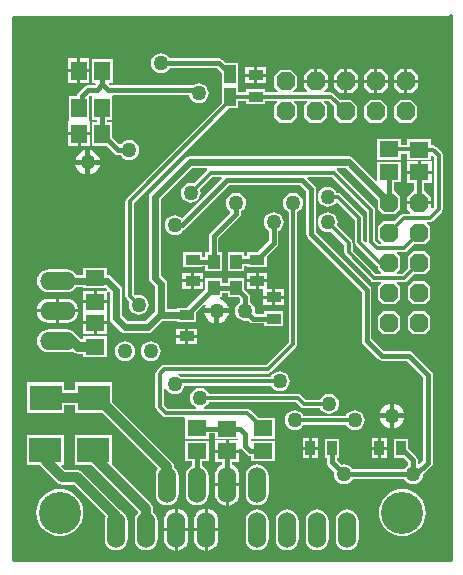
<source format=gbl>
%FSLAX44Y44*%
%MOMM*%
G71*
G01*
G75*
G04 Layer_Physical_Order=2*
G04 Layer_Color=16711680*
%ADD10R,1.6002X1.3208*%
%ADD11R,2.0066X3.8100*%
%ADD12R,2.0066X1.5240*%
%ADD13R,1.2192X1.2192*%
%ADD14R,0.6604X2.0320*%
%ADD15R,3.5052X2.5146*%
%ADD16R,1.2192X1.2192*%
%ADD17R,1.3208X1.6002*%
%ADD18R,2.5146X3.5052*%
%ADD19R,1.2700X0.5588*%
%ADD20R,0.5588X1.2700*%
%ADD21C,0.4060*%
%ADD22C,0.4064*%
%ADD23C,0.3048*%
%ADD24C,0.3050*%
%ADD25C,0.8128*%
%ADD26C,0.2540*%
%ADD27C,3.5560*%
G04:AMPARAMS|DCode=28|XSize=1.524mm|YSize=1.524mm|CornerRadius=0mm|HoleSize=0mm|Usage=FLASHONLY|Rotation=270.000|XOffset=0mm|YOffset=0mm|HoleType=Round|Shape=Octagon|*
%AMOCTAGOND28*
4,1,8,-0.3810,-0.7620,0.3810,-0.7620,0.7620,-0.3810,0.7620,0.3810,0.3810,0.7620,-0.3810,0.7620,-0.7620,0.3810,-0.7620,-0.3810,-0.3810,-0.7620,0.0*
%
%ADD28OCTAGOND28*%

%ADD29O,1.5240X3.0480*%
%ADD30O,3.0480X1.5240*%
G04:AMPARAMS|DCode=31|XSize=1.524mm|YSize=1.524mm|CornerRadius=0mm|HoleSize=0mm|Usage=FLASHONLY|Rotation=0.000|XOffset=0mm|YOffset=0mm|HoleType=Round|Shape=Octagon|*
%AMOCTAGOND31*
4,1,8,0.7620,-0.3810,0.7620,0.3810,0.3810,0.7620,-0.3810,0.7620,-0.7620,0.3810,-0.7620,-0.3810,-0.3810,-0.7620,0.3810,-0.7620,0.7620,-0.3810,0.0*
%
%ADD31OCTAGOND31*%

%ADD32C,1.2700*%
%ADD33R,1.2192X0.8128*%
%ADD34R,2.7432X2.1590*%
%ADD35R,1.0160X1.2192*%
%ADD36R,1.0160X1.5240*%
%ADD37R,0.8128X1.2192*%
%ADD38C,0.6096*%
G36*
X370000Y898D02*
X369102Y-0D01*
X-0Y-0D01*
X-0Y460000D01*
X185000Y460000D01*
X370000D01*
Y898D01*
D02*
G37*
%LPC*%
G36*
X84328Y150241D02*
X52832D01*
Y143629D01*
X43688D01*
Y150241D01*
X12192D01*
Y124587D01*
X43688D01*
Y131199D01*
X52832D01*
Y124587D01*
X76173D01*
X123418Y77342D01*
X122379Y75988D01*
X121406Y73640D01*
X121075Y71120D01*
Y55880D01*
X121406Y53360D01*
X122379Y51012D01*
X123926Y48996D01*
X125942Y47449D01*
X128290Y46476D01*
X130810Y46145D01*
X133330Y46476D01*
X135678Y47449D01*
X137694Y48996D01*
X139241Y51012D01*
X140214Y53360D01*
X140545Y55880D01*
Y71120D01*
X140214Y73640D01*
X139241Y75988D01*
X137694Y78004D01*
X137025Y78517D01*
Y78740D01*
X136631Y80724D01*
X136552Y81119D01*
X135205Y83135D01*
X84328Y134012D01*
Y150241D01*
D02*
G37*
G36*
X323342Y132156D02*
Y123952D01*
X331546D01*
X331456Y124639D01*
X330407Y127172D01*
X328737Y129347D01*
X326562Y131017D01*
X324029Y132066D01*
X323342Y132156D01*
D02*
G37*
G36*
X319278D02*
X318591Y132066D01*
X316058Y131017D01*
X313883Y129347D01*
X312213Y127172D01*
X311164Y124639D01*
X311074Y123952D01*
X319278D01*
Y132156D01*
D02*
G37*
G36*
X116840Y184984D02*
X114652Y184696D01*
X112613Y183852D01*
X110862Y182508D01*
X109518Y180757D01*
X108674Y178718D01*
X108386Y176530D01*
X108674Y174342D01*
X109518Y172303D01*
X110862Y170552D01*
X112613Y169208D01*
X114652Y168364D01*
X116840Y168076D01*
X119028Y168364D01*
X121067Y169208D01*
X122818Y170552D01*
X124162Y172303D01*
X125006Y174342D01*
X125294Y176530D01*
X125006Y178718D01*
X124162Y180757D01*
X122818Y182508D01*
X121067Y183852D01*
X119028Y184696D01*
X116840Y184984D01*
D02*
G37*
G36*
X95250D02*
X93062Y184696D01*
X91023Y183852D01*
X89272Y182508D01*
X87928Y180757D01*
X87084Y178718D01*
X86796Y176530D01*
X87084Y174342D01*
X87928Y172303D01*
X89272Y170552D01*
X91023Y169208D01*
X93062Y168364D01*
X95250Y168076D01*
X97438Y168364D01*
X99477Y169208D01*
X101228Y170552D01*
X102572Y172303D01*
X103416Y174342D01*
X103704Y176530D01*
X103416Y178718D01*
X102572Y180757D01*
X101228Y182508D01*
X99477Y183852D01*
X97438Y184696D01*
X95250Y184984D01*
D02*
G37*
G36*
X237490Y310714D02*
X235302Y310426D01*
X233263Y309582D01*
X231512Y308238D01*
X230168Y306487D01*
X229324Y304448D01*
X229036Y302260D01*
X229324Y300072D01*
X230168Y298033D01*
X231512Y296282D01*
X233263Y294938D01*
X233864Y294689D01*
Y184382D01*
X214398Y164916D01*
X128270D01*
X128270Y164916D01*
X126882Y164640D01*
X125706Y163854D01*
X121896Y160044D01*
X121110Y158868D01*
X120834Y157480D01*
X120834Y157480D01*
Y129540D01*
X120834Y129540D01*
X121110Y128153D01*
X121896Y126976D01*
X126976Y121896D01*
X126976Y121896D01*
X128153Y121110D01*
X129540Y120834D01*
X129540Y120834D01*
X145396D01*
X146177Y119888D01*
X146177Y119564D01*
Y102616D01*
X166243D01*
Y106956D01*
X171577D01*
Y102464D01*
X190629D01*
X191345Y101594D01*
X191155Y101092D01*
X182880D01*
Y93218D01*
X192151D01*
Y93952D01*
X193421Y94337D01*
X193920Y93590D01*
X198340Y89170D01*
X199684Y88272D01*
X201270Y87956D01*
X202057D01*
Y83464D01*
X222123D01*
Y100736D01*
X202720D01*
X201573Y101773D01*
X201548Y101826D01*
Y102377D01*
X202057Y102616D01*
X202264Y102616D01*
X222123D01*
Y119888D01*
X208582D01*
X201446Y127024D01*
X200270Y127810D01*
X198882Y128086D01*
X198882Y128086D01*
X162064D01*
X161812Y129356D01*
X162977Y129838D01*
X164728Y131182D01*
X166072Y132933D01*
X166321Y133534D01*
X239798D01*
X243816Y129516D01*
X243816Y129516D01*
X244993Y128730D01*
X246380Y128454D01*
X246380Y128454D01*
X260399D01*
X260648Y127853D01*
X261992Y126102D01*
X263743Y124758D01*
X265782Y123914D01*
X267970Y123626D01*
X270158Y123914D01*
X272197Y124758D01*
X273948Y126102D01*
X275292Y127853D01*
X276136Y129892D01*
X276424Y132080D01*
X276136Y134268D01*
X275292Y136307D01*
X273948Y138058D01*
X272197Y139402D01*
X270158Y140246D01*
X267970Y140534D01*
X265782Y140246D01*
X263743Y139402D01*
X261992Y138058D01*
X260648Y136307D01*
X260399Y135706D01*
X247882D01*
X243864Y139724D01*
X242687Y140510D01*
X241300Y140786D01*
X241300Y140786D01*
X166321D01*
X166072Y141387D01*
X164728Y143138D01*
X162977Y144482D01*
X160938Y145326D01*
X158750Y145614D01*
X156562Y145326D01*
X154523Y144482D01*
X152772Y143138D01*
X151428Y141387D01*
X150584Y139348D01*
X150296Y137160D01*
X150584Y134972D01*
X151428Y132933D01*
X152772Y131182D01*
X154523Y129838D01*
X155688Y129356D01*
X155435Y128086D01*
X131042D01*
X128086Y131042D01*
Y145275D01*
X129356Y145528D01*
X129838Y144363D01*
X131182Y142612D01*
X132933Y141268D01*
X134972Y140424D01*
X137160Y140136D01*
X139348Y140424D01*
X141387Y141268D01*
X143138Y142612D01*
X144482Y144363D01*
X145326Y146402D01*
X145471Y147504D01*
X218489D01*
X218738Y146903D01*
X220082Y145152D01*
X221833Y143808D01*
X223872Y142964D01*
X226060Y142676D01*
X228248Y142964D01*
X230287Y143808D01*
X232038Y145152D01*
X233382Y146903D01*
X234226Y148942D01*
X234514Y151130D01*
X234226Y153318D01*
X233382Y155357D01*
X232038Y157108D01*
X230287Y158452D01*
X228248Y159296D01*
X226060Y159584D01*
X223872Y159296D01*
X221833Y158452D01*
X220082Y157108D01*
X218738Y155357D01*
X218489Y154756D01*
X142894D01*
X141387Y155912D01*
X140222Y156394D01*
X140475Y157664D01*
X215900D01*
X215900Y157664D01*
X217288Y157940D01*
X218464Y158726D01*
X240054Y180316D01*
X240054Y180316D01*
X240840Y181493D01*
X241116Y182880D01*
X241116Y182880D01*
Y294689D01*
X241717Y294938D01*
X243468Y296282D01*
X244812Y298033D01*
X245656Y300072D01*
X245944Y302260D01*
X245656Y304448D01*
X244812Y306487D01*
X243468Y308238D01*
X241717Y309582D01*
X239678Y310426D01*
X237490Y310714D01*
D02*
G37*
G36*
X289560Y126564D02*
X287372Y126276D01*
X285333Y125432D01*
X283582Y124088D01*
X282238Y122337D01*
X281989Y121736D01*
X246331D01*
X246082Y122337D01*
X244738Y124088D01*
X242987Y125432D01*
X240948Y126276D01*
X238760Y126564D01*
X236572Y126276D01*
X234533Y125432D01*
X232782Y124088D01*
X231438Y122337D01*
X230594Y120298D01*
X230306Y118110D01*
X230594Y115922D01*
X231438Y113883D01*
X232782Y112132D01*
X234533Y110788D01*
X236572Y109944D01*
X238760Y109656D01*
X240948Y109944D01*
X242987Y110788D01*
X244738Y112132D01*
X246082Y113883D01*
X246331Y114484D01*
X281989D01*
X282238Y113883D01*
X283582Y112132D01*
X285333Y110788D01*
X287372Y109944D01*
X289560Y109656D01*
X291748Y109944D01*
X293787Y110788D01*
X295538Y112132D01*
X296882Y113883D01*
X297726Y115922D01*
X298014Y118110D01*
X297726Y120298D01*
X296882Y122337D01*
X295538Y124088D01*
X293787Y125432D01*
X291748Y126276D01*
X289560Y126564D01*
D02*
G37*
G36*
X309337Y103136D02*
X304003D01*
Y95770D01*
X309337D01*
Y103136D01*
D02*
G37*
G36*
X258791D02*
X253457D01*
Y95770D01*
X258791D01*
Y103136D01*
D02*
G37*
G36*
X250917D02*
X245583D01*
Y95770D01*
X250917D01*
Y103136D01*
D02*
G37*
G36*
X331546Y119888D02*
X323342D01*
Y111684D01*
X324029Y111774D01*
X326562Y112823D01*
X328737Y114493D01*
X330407Y116668D01*
X331456Y119201D01*
X331546Y119888D01*
D02*
G37*
G36*
X319278D02*
X311074D01*
X311164Y119201D01*
X312213Y116668D01*
X313883Y114493D01*
X316058Y112823D01*
X318591Y111774D01*
X319278Y111684D01*
Y119888D01*
D02*
G37*
G36*
X317211Y103136D02*
X311877D01*
Y95770D01*
X317211D01*
Y103136D01*
D02*
G37*
G36*
X36830Y209550D02*
X20399D01*
X20582Y208168D01*
X21605Y205696D01*
X23234Y203574D01*
X25356Y201945D01*
X27828Y200921D01*
X30480Y200572D01*
X36830D01*
Y209550D01*
D02*
G37*
G36*
X80391Y199390D02*
X71120D01*
Y191516D01*
X80391D01*
Y199390D01*
D02*
G37*
G36*
X68580D02*
X59309D01*
Y191516D01*
X68580D01*
Y199390D01*
D02*
G37*
G36*
X182956Y208788D02*
X174752D01*
Y200584D01*
X175439Y200674D01*
X177972Y201723D01*
X180147Y203393D01*
X181817Y205568D01*
X182866Y208101D01*
X182956Y208788D01*
D02*
G37*
G36*
X170688D02*
X162484D01*
X162574Y208101D01*
X163623Y205568D01*
X165293Y203393D01*
X167468Y201723D01*
X170001Y200674D01*
X170688Y200584D01*
Y208788D01*
D02*
G37*
G36*
X55800Y209550D02*
X39370D01*
Y200572D01*
X45720D01*
X48372Y200921D01*
X50844Y201945D01*
X52966Y203574D01*
X54595Y205696D01*
X55619Y208168D01*
X55800Y209550D01*
D02*
G37*
G36*
X348996Y210312D02*
X339344D01*
X334518Y205486D01*
Y195834D01*
X339344Y191008D01*
X348996D01*
X353822Y195834D01*
Y205486D01*
X348996Y210312D01*
D02*
G37*
G36*
X155956Y187850D02*
X148590D01*
Y182516D01*
X155956D01*
Y187850D01*
D02*
G37*
G36*
X146050D02*
X138684D01*
Y182516D01*
X146050D01*
Y187850D01*
D02*
G37*
G36*
X45720Y195155D02*
X30480D01*
X27960Y194824D01*
X25612Y193851D01*
X23596Y192304D01*
X22049Y190288D01*
X21076Y187940D01*
X20745Y185420D01*
X21076Y182900D01*
X22049Y180552D01*
X23596Y178536D01*
X25612Y176989D01*
X27960Y176016D01*
X30480Y175685D01*
X45720D01*
X48240Y176016D01*
X50484Y176946D01*
X51325Y176105D01*
X53341Y174758D01*
X55720Y174285D01*
X59817D01*
Y171864D01*
X79883D01*
Y189136D01*
X59817D01*
Y186715D01*
X58295D01*
X55195Y189815D01*
X53797Y190749D01*
X52604Y192304D01*
X50588Y193851D01*
X48240Y194824D01*
X45720Y195155D01*
D02*
G37*
G36*
X323596Y210312D02*
X313944D01*
X309118Y205486D01*
Y195834D01*
X313944Y191008D01*
X323596D01*
X328422Y195834D01*
Y205486D01*
X323596Y210312D01*
D02*
G37*
G36*
X155956Y195724D02*
X148590D01*
Y190390D01*
X155956D01*
Y195724D01*
D02*
G37*
G36*
X146050D02*
X138684D01*
Y190390D01*
X146050D01*
Y195724D01*
D02*
G37*
G36*
X283210Y42755D02*
X280690Y42424D01*
X278342Y41451D01*
X276326Y39904D01*
X274779Y37888D01*
X273806Y35540D01*
X273475Y33020D01*
Y17780D01*
X273806Y15260D01*
X274779Y12912D01*
X276326Y10896D01*
X278342Y9349D01*
X280690Y8376D01*
X283210Y8045D01*
X285730Y8376D01*
X288078Y9349D01*
X290094Y10896D01*
X291641Y12912D01*
X292614Y15260D01*
X292945Y17780D01*
Y33020D01*
X292614Y35540D01*
X291641Y37888D01*
X290094Y39904D01*
X288078Y41451D01*
X285730Y42424D01*
X283210Y42755D01*
D02*
G37*
G36*
X257810D02*
X255290Y42424D01*
X252942Y41451D01*
X250926Y39904D01*
X249379Y37888D01*
X248406Y35540D01*
X248075Y33020D01*
Y17780D01*
X248406Y15260D01*
X249379Y12912D01*
X250926Y10896D01*
X252942Y9349D01*
X255290Y8376D01*
X257810Y8045D01*
X260330Y8376D01*
X262678Y9349D01*
X264694Y10896D01*
X266241Y12912D01*
X267214Y15260D01*
X267545Y17780D01*
Y33020D01*
X267214Y35540D01*
X266241Y37888D01*
X264694Y39904D01*
X262678Y41451D01*
X260330Y42424D01*
X257810Y42755D01*
D02*
G37*
G36*
X232410D02*
X229890Y42424D01*
X227542Y41451D01*
X225526Y39904D01*
X223979Y37888D01*
X223006Y35540D01*
X222675Y33020D01*
Y17780D01*
X223006Y15260D01*
X223979Y12912D01*
X225526Y10896D01*
X227542Y9349D01*
X229890Y8376D01*
X232410Y8045D01*
X234930Y8376D01*
X237278Y9349D01*
X239294Y10896D01*
X240841Y12912D01*
X241814Y15260D01*
X242145Y17780D01*
Y33020D01*
X241814Y35540D01*
X240841Y37888D01*
X239294Y39904D01*
X237278Y41451D01*
X234930Y42424D01*
X232410Y42755D01*
D02*
G37*
G36*
X137160Y43101D02*
X135778Y42919D01*
X133306Y41895D01*
X131184Y40266D01*
X129555Y38144D01*
X128532Y35672D01*
X128182Y33020D01*
Y26670D01*
X137160D01*
Y43101D01*
D02*
G37*
G36*
X330000Y59908D02*
X326116Y59525D01*
X322382Y58393D01*
X318940Y56553D01*
X315923Y54077D01*
X313447Y51060D01*
X311607Y47618D01*
X310475Y43884D01*
X310092Y40000D01*
X310475Y36116D01*
X311607Y32382D01*
X313447Y28940D01*
X315923Y25923D01*
X318940Y23447D01*
X322382Y21607D01*
X326116Y20475D01*
X330000Y20092D01*
X333884Y20475D01*
X337618Y21607D01*
X341060Y23447D01*
X344077Y25923D01*
X346553Y28940D01*
X348392Y32382D01*
X349525Y36116D01*
X349908Y40000D01*
X349525Y43884D01*
X348392Y47618D01*
X346553Y51060D01*
X344077Y54077D01*
X341060Y56553D01*
X337618Y58393D01*
X333884Y59525D01*
X330000Y59908D01*
D02*
G37*
G36*
X40000D02*
X36116Y59525D01*
X32382Y58393D01*
X28940Y56553D01*
X25923Y54077D01*
X23447Y51060D01*
X21607Y47618D01*
X20475Y43884D01*
X20092Y40000D01*
X20475Y36116D01*
X21607Y32382D01*
X23447Y28940D01*
X25923Y25923D01*
X28940Y23447D01*
X32382Y21607D01*
X36116Y20475D01*
X40000Y20092D01*
X43884Y20475D01*
X47618Y21607D01*
X51060Y23447D01*
X54077Y25923D01*
X56553Y28940D01*
X58393Y32382D01*
X59525Y36116D01*
X59908Y40000D01*
X59525Y43884D01*
X58393Y47618D01*
X56553Y51060D01*
X54077Y54077D01*
X51060Y56553D01*
X47618Y58393D01*
X43884Y59525D01*
X40000Y59908D01*
D02*
G37*
G36*
X207010Y42755D02*
X204490Y42424D01*
X202142Y41451D01*
X200126Y39904D01*
X198579Y37888D01*
X197606Y35540D01*
X197275Y33020D01*
Y17780D01*
X197606Y15260D01*
X198579Y12912D01*
X200126Y10896D01*
X202142Y9349D01*
X204490Y8376D01*
X207010Y8045D01*
X209530Y8376D01*
X211878Y9349D01*
X213894Y10896D01*
X215441Y12912D01*
X216414Y15260D01*
X216745Y17780D01*
Y33020D01*
X216414Y35540D01*
X215441Y37888D01*
X213894Y39904D01*
X211878Y41451D01*
X209530Y42424D01*
X207010Y42755D01*
D02*
G37*
G36*
X162560Y24130D02*
X153582D01*
Y17780D01*
X153932Y15128D01*
X154955Y12656D01*
X156584Y10534D01*
X158706Y8905D01*
X161178Y7882D01*
X162560Y7699D01*
Y24130D01*
D02*
G37*
G36*
X148678D02*
X139700D01*
Y7699D01*
X141082Y7882D01*
X143554Y8905D01*
X145676Y10534D01*
X147305Y12656D01*
X148329Y15128D01*
X148678Y17780D01*
Y24130D01*
D02*
G37*
G36*
X137160D02*
X128182D01*
Y17780D01*
X128532Y15128D01*
X129555Y12656D01*
X131184Y10534D01*
X133306Y8905D01*
X135778Y7882D01*
X137160Y7699D01*
Y24130D01*
D02*
G37*
G36*
X84074Y106045D02*
X52578D01*
Y80391D01*
X67029D01*
X106016Y41405D01*
X106146Y39904D01*
X104599Y37888D01*
X103626Y35540D01*
X103295Y33020D01*
Y17780D01*
X103626Y15260D01*
X104599Y12912D01*
X106146Y10896D01*
X108162Y9349D01*
X110510Y8376D01*
X113030Y8045D01*
X115550Y8376D01*
X117898Y9349D01*
X119914Y10896D01*
X121461Y12912D01*
X122434Y15260D01*
X122765Y17780D01*
Y33020D01*
X122434Y35540D01*
X121461Y37888D01*
X119914Y39904D01*
X119245Y40417D01*
Y43180D01*
X118772Y45559D01*
X117425Y47575D01*
X84074Y80926D01*
Y106045D01*
D02*
G37*
G36*
X43434D02*
X11938D01*
Y80391D01*
X22984D01*
X23799Y79171D01*
X37515Y65455D01*
X39531Y64108D01*
X39926Y64029D01*
X41910Y63635D01*
X52035D01*
X78784Y36886D01*
X78226Y35540D01*
X77895Y33020D01*
Y17780D01*
X78226Y15260D01*
X79199Y12912D01*
X80746Y10896D01*
X82762Y9349D01*
X85110Y8376D01*
X87630Y8045D01*
X90150Y8376D01*
X92498Y9349D01*
X94514Y10896D01*
X96061Y12912D01*
X97034Y15260D01*
X97365Y17780D01*
Y33020D01*
X97034Y35540D01*
X96061Y37888D01*
X94514Y39904D01*
X92498Y41451D01*
X91305Y41945D01*
X59005Y74245D01*
X56989Y75592D01*
X56594Y75671D01*
X54610Y76065D01*
X44485D01*
X41332Y79218D01*
X41818Y80391D01*
X43434D01*
Y106045D01*
D02*
G37*
G36*
X174078Y24130D02*
X165100D01*
Y7699D01*
X166482Y7882D01*
X168954Y8905D01*
X171076Y10534D01*
X172705Y12656D01*
X173729Y15128D01*
X174078Y17780D01*
Y24130D01*
D02*
G37*
G36*
X258791Y93230D02*
X253457D01*
Y85864D01*
X258791D01*
Y93230D01*
D02*
G37*
G36*
X250917D02*
X245583D01*
Y85864D01*
X250917D01*
Y93230D01*
D02*
G37*
G36*
X192151Y90678D02*
X171069D01*
Y82804D01*
X177466D01*
Y80401D01*
X176486Y79995D01*
X174364Y78366D01*
X172735Y76244D01*
X171712Y73772D01*
X171362Y71120D01*
Y64770D01*
X191858D01*
Y71120D01*
X191509Y73772D01*
X190485Y76244D01*
X188856Y78366D01*
X186734Y79995D01*
X185754Y80401D01*
Y82804D01*
X192151D01*
Y90678D01*
D02*
G37*
G36*
X180340Y101092D02*
X171069D01*
Y93218D01*
X180340D01*
Y101092D01*
D02*
G37*
G36*
X317211Y93230D02*
X311877D01*
Y85864D01*
X317211D01*
Y93230D01*
D02*
G37*
G36*
X309337D02*
X304003D01*
Y85864D01*
X309337D01*
Y93230D01*
D02*
G37*
G36*
X207010Y80855D02*
X204490Y80524D01*
X202142Y79551D01*
X200126Y78004D01*
X198579Y75988D01*
X197606Y73640D01*
X197275Y71120D01*
Y55880D01*
X197606Y53360D01*
X198579Y51012D01*
X200126Y48996D01*
X202142Y47449D01*
X204490Y46476D01*
X207010Y46145D01*
X209530Y46476D01*
X211878Y47449D01*
X213894Y48996D01*
X215441Y51012D01*
X216414Y53360D01*
X216745Y55880D01*
Y71120D01*
X216414Y73640D01*
X215441Y75988D01*
X213894Y78004D01*
X211878Y79551D01*
X209530Y80524D01*
X207010Y80855D01*
D02*
G37*
G36*
X165100Y43101D02*
Y26670D01*
X174078D01*
Y33020D01*
X173729Y35672D01*
X172705Y38144D01*
X171076Y40266D01*
X168954Y41895D01*
X166482Y42919D01*
X165100Y43101D01*
D02*
G37*
G36*
X162560D02*
X161178Y42919D01*
X158706Y41895D01*
X156584Y40266D01*
X154955Y38144D01*
X153932Y35672D01*
X153582Y33020D01*
Y26670D01*
X162560D01*
Y43101D01*
D02*
G37*
G36*
X139700D02*
Y26670D01*
X148678D01*
Y33020D01*
X148329Y35672D01*
X147305Y38144D01*
X145676Y40266D01*
X143554Y41895D01*
X141082Y42919D01*
X139700Y43101D01*
D02*
G37*
G36*
X166243Y100736D02*
X146177D01*
Y83464D01*
X152066D01*
Y79851D01*
X151342Y79551D01*
X149326Y78004D01*
X147779Y75988D01*
X146806Y73640D01*
X146475Y71120D01*
Y55880D01*
X146806Y53360D01*
X147779Y51012D01*
X149326Y48996D01*
X151342Y47449D01*
X153690Y46476D01*
X156210Y46145D01*
X158730Y46476D01*
X161078Y47449D01*
X163094Y48996D01*
X164641Y51012D01*
X165614Y53360D01*
X165945Y55880D01*
Y71120D01*
X165614Y73640D01*
X164641Y75988D01*
X163094Y78004D01*
X161078Y79551D01*
X160354Y79851D01*
Y83464D01*
X166243D01*
Y100736D01*
D02*
G37*
G36*
X191858Y62230D02*
X182880D01*
Y45799D01*
X184262Y45981D01*
X186734Y47005D01*
X188856Y48634D01*
X190485Y50756D01*
X191509Y53228D01*
X191858Y55880D01*
Y62230D01*
D02*
G37*
G36*
X180340D02*
X171362D01*
Y55880D01*
X171712Y53228D01*
X172735Y50756D01*
X174364Y48634D01*
X176486Y47005D01*
X178958Y45981D01*
X180340Y45799D01*
Y62230D01*
D02*
G37*
G36*
X80391Y217170D02*
X59309D01*
Y209296D01*
Y201930D01*
X80391D01*
Y209296D01*
Y217170D01*
D02*
G37*
G36*
X342900Y403860D02*
X334010D01*
Y394970D01*
X337820D01*
X342900Y400050D01*
Y403860D01*
D02*
G37*
G36*
X331470D02*
X322580D01*
Y400050D01*
X327660Y394970D01*
X331470D01*
Y403860D01*
D02*
G37*
G36*
X317500D02*
X308610D01*
Y394970D01*
X312420D01*
X317500Y400050D01*
Y403860D01*
D02*
G37*
G36*
X204470Y409050D02*
X197104D01*
Y403716D01*
X204470D01*
Y409050D01*
D02*
G37*
G36*
X65024Y412750D02*
X57150D01*
Y403479D01*
X65024D01*
Y412750D01*
D02*
G37*
G36*
X54610D02*
X46736D01*
Y403479D01*
X54610D01*
Y412750D01*
D02*
G37*
G36*
X306070Y403860D02*
X297180D01*
Y400050D01*
X302260Y394970D01*
X306070D01*
Y403860D01*
D02*
G37*
G36*
X337566Y389382D02*
X327914D01*
X323088Y384556D01*
Y374904D01*
X327914Y370078D01*
X337566D01*
X342392Y374904D01*
Y384556D01*
X337566Y389382D01*
D02*
G37*
G36*
X312166D02*
X302514D01*
X297688Y384556D01*
Y374904D01*
X302514Y370078D01*
X312166D01*
X316992Y374904D01*
Y384556D01*
X312166Y389382D01*
D02*
G37*
G36*
X125730Y428824D02*
X123542Y428536D01*
X121503Y427692D01*
X119752Y426348D01*
X118408Y424597D01*
X117564Y422558D01*
X117276Y420370D01*
X117564Y418182D01*
X118408Y416143D01*
X119752Y414392D01*
X121503Y413048D01*
X123542Y412204D01*
X125730Y411916D01*
X127918Y412204D01*
X129957Y413048D01*
X131708Y414392D01*
X133052Y416143D01*
X133086Y416226D01*
X173036D01*
X177038Y412224D01*
Y401320D01*
Y386636D01*
X96496Y306094D01*
X95710Y304918D01*
X95434Y303530D01*
X95434Y303530D01*
Y223520D01*
X95434Y223520D01*
X95710Y222132D01*
X96496Y220956D01*
X98763Y218690D01*
X98514Y218088D01*
X98226Y215900D01*
X98514Y213712D01*
X99358Y211673D01*
X100702Y209922D01*
X102453Y208578D01*
X104492Y207734D01*
X106680Y207446D01*
X108868Y207734D01*
X110907Y208578D01*
X112658Y209922D01*
X114002Y211673D01*
X114846Y213712D01*
X115134Y215900D01*
X114846Y218088D01*
X114002Y220127D01*
X112658Y221878D01*
X110907Y223222D01*
X108868Y224066D01*
X106680Y224354D01*
X104492Y224066D01*
X103890Y223817D01*
X102686Y225022D01*
Y302028D01*
X182925Y382268D01*
X191262D01*
Y388550D01*
X197612D01*
Y386080D01*
X213868D01*
Y388550D01*
X223823D01*
X224309Y387377D01*
X221488Y384556D01*
Y374904D01*
X226314Y370078D01*
X235966D01*
X240792Y374904D01*
Y384556D01*
X237971Y387377D01*
X238457Y388550D01*
X249223D01*
X249709Y387377D01*
X246888Y384556D01*
Y374904D01*
X251714Y370078D01*
X261366D01*
X266192Y374904D01*
Y384556D01*
X263371Y387377D01*
X263857Y388550D01*
X267992D01*
X272288Y384254D01*
Y374904D01*
X277114Y370078D01*
X286766D01*
X291592Y374904D01*
Y384556D01*
X286766Y389382D01*
X277416D01*
X272058Y394740D01*
X270882Y395526D01*
X269494Y395802D01*
X269494Y395802D01*
X264111D01*
X263625Y396975D01*
X266700Y400050D01*
Y403860D01*
X246380D01*
Y400050D01*
X249455Y396975D01*
X248969Y395802D01*
X237949D01*
X237463Y396975D01*
X240792Y400304D01*
Y409956D01*
X235966Y414782D01*
X226314D01*
X221488Y409956D01*
Y400304D01*
X224817Y396975D01*
X224331Y395802D01*
X213868D01*
Y398272D01*
X197612D01*
Y395802D01*
X191262D01*
Y401320D01*
Y420624D01*
X180358D01*
X177682Y423300D01*
X176338Y424198D01*
X174752Y424514D01*
X133086D01*
X133052Y424597D01*
X131708Y426348D01*
X129957Y427692D01*
X127918Y428536D01*
X125730Y428824D01*
D02*
G37*
G36*
X292100Y403860D02*
X283210D01*
Y394970D01*
X287020D01*
X292100Y400050D01*
Y403860D01*
D02*
G37*
G36*
X280670D02*
X271780D01*
Y400050D01*
X276860Y394970D01*
X280670D01*
Y403860D01*
D02*
G37*
G36*
X84676Y424053D02*
X67404D01*
Y403987D01*
X70078D01*
X70564Y402814D01*
X69564Y401814D01*
X63660D01*
X62074Y401498D01*
X60730Y400600D01*
X55490Y395360D01*
X54592Y394016D01*
X54276Y392430D01*
Y392303D01*
X47752D01*
Y372491D01*
X47752Y372281D01*
X47244Y371221D01*
Y371219D01*
X47244Y371177D01*
Y361950D01*
X65532D01*
Y371177D01*
X65532Y371219D01*
Y371221D01*
X65024Y372281D01*
X65024Y372491D01*
Y392303D01*
X65024Y392303D01*
X65024D01*
X65564Y393168D01*
X66854Y392848D01*
X66904Y392303D01*
X66904Y392256D01*
Y372237D01*
X71396D01*
Y370713D01*
X66904D01*
Y350647D01*
X79713D01*
X86330Y344030D01*
X87674Y343132D01*
X89260Y342816D01*
X91454D01*
X91488Y342733D01*
X92832Y340982D01*
X94583Y339638D01*
X96622Y338794D01*
X98810Y338506D01*
X100998Y338794D01*
X103037Y339638D01*
X104788Y340982D01*
X106132Y342733D01*
X106976Y344772D01*
X107264Y346960D01*
X106976Y349148D01*
X106132Y351187D01*
X104788Y352938D01*
X103037Y354282D01*
X100998Y355126D01*
X98810Y355414D01*
X96622Y355126D01*
X94583Y354282D01*
X92832Y352938D01*
X91958Y351800D01*
X90446Y351679D01*
X90361Y351719D01*
X84176Y357904D01*
Y370713D01*
X79684D01*
Y372237D01*
X84176D01*
Y392096D01*
X84176Y392303D01*
X84675Y393366D01*
X149237D01*
X149314Y392782D01*
X150158Y390743D01*
X151502Y388992D01*
X153253Y387648D01*
X155292Y386804D01*
X157480Y386516D01*
X159668Y386804D01*
X161707Y387648D01*
X163458Y388992D01*
X164802Y390743D01*
X165646Y392782D01*
X165934Y394970D01*
X165646Y397158D01*
X164802Y399197D01*
X163458Y400948D01*
X161707Y402292D01*
X159668Y403136D01*
X157480Y403424D01*
X155292Y403136D01*
X153253Y402292D01*
X152421Y401654D01*
X82676D01*
X81516Y402814D01*
X82002Y403987D01*
X84676D01*
Y424053D01*
D02*
G37*
G36*
X204470Y416924D02*
X197104D01*
Y411590D01*
X204470D01*
Y416924D01*
D02*
G37*
G36*
X337820Y415290D02*
X334010D01*
Y406400D01*
X342900D01*
Y410210D01*
X337820Y415290D01*
D02*
G37*
G36*
X331470D02*
X327660D01*
X322580Y410210D01*
Y406400D01*
X331470D01*
Y415290D01*
D02*
G37*
G36*
X65024Y424561D02*
X57150D01*
Y415290D01*
X65024D01*
Y424561D01*
D02*
G37*
G36*
X54610D02*
X46736D01*
Y415290D01*
X54610D01*
Y424561D01*
D02*
G37*
G36*
X214376Y416924D02*
X207010D01*
Y411590D01*
X214376D01*
Y416924D01*
D02*
G37*
G36*
X312420Y415290D02*
X308610D01*
Y406400D01*
X317500D01*
Y410210D01*
X312420Y415290D01*
D02*
G37*
G36*
X261620D02*
X257810D01*
Y406400D01*
X266700D01*
Y410210D01*
X261620Y415290D01*
D02*
G37*
G36*
X255270D02*
X251460D01*
X246380Y410210D01*
Y406400D01*
X255270D01*
Y415290D01*
D02*
G37*
G36*
X214376Y409050D02*
X207010D01*
Y403716D01*
X214376D01*
Y409050D01*
D02*
G37*
G36*
X306070Y415290D02*
X302260D01*
X297180Y410210D01*
Y406400D01*
X306070D01*
Y415290D01*
D02*
G37*
G36*
X287020D02*
X283210D01*
Y406400D01*
X292100D01*
Y410210D01*
X287020Y415290D01*
D02*
G37*
G36*
X280670D02*
X276860D01*
X271780Y410210D01*
Y406400D01*
X280670D01*
Y415290D01*
D02*
G37*
G36*
X65532Y359410D02*
X57658D01*
Y350139D01*
X65532D01*
Y359410D01*
D02*
G37*
G36*
X161036Y234840D02*
X153670D01*
Y229506D01*
X161036D01*
Y234840D01*
D02*
G37*
G36*
X151130D02*
X143764D01*
Y229506D01*
X151130D01*
Y234840D01*
D02*
G37*
G36*
X229616Y228964D02*
X222250D01*
Y223630D01*
X229616D01*
Y228964D01*
D02*
G37*
G36*
X161036Y242714D02*
X153670D01*
Y237380D01*
X161036D01*
Y242714D01*
D02*
G37*
G36*
X151130D02*
X143764D01*
Y237380D01*
X151130D01*
Y242714D01*
D02*
G37*
G36*
X205740Y234840D02*
X198374D01*
Y229506D01*
X205740D01*
Y234840D01*
D02*
G37*
G36*
X215646D02*
X208280D01*
Y229506D01*
X211299D01*
X212344Y228964D01*
X212344Y228236D01*
Y223630D01*
X219710D01*
Y228964D01*
X216691D01*
X215646Y229506D01*
X215646Y230234D01*
Y234840D01*
D02*
G37*
G36*
X219710Y221090D02*
X212344D01*
Y215756D01*
X219710D01*
Y221090D01*
D02*
G37*
G36*
X45720Y221068D02*
X39370D01*
Y212090D01*
X55800D01*
X55619Y213472D01*
X54595Y215944D01*
X52966Y218066D01*
X50844Y219695D01*
X48372Y220718D01*
X45720Y221068D01*
D02*
G37*
G36*
X36830D02*
X30480D01*
X27828Y220718D01*
X25356Y219695D01*
X23234Y218066D01*
X21605Y215944D01*
X20582Y213472D01*
X20399Y212090D01*
X36830D01*
Y221068D01*
D02*
G37*
G36*
X68580Y227584D02*
X59309D01*
Y219710D01*
X68580D01*
Y227584D01*
D02*
G37*
G36*
X348996Y235712D02*
X339344D01*
X334518Y230886D01*
Y221234D01*
X339344Y216408D01*
X348996D01*
X353822Y221234D01*
Y230886D01*
X348996Y235712D01*
D02*
G37*
G36*
X229616Y221090D02*
X222250D01*
Y215756D01*
X229616D01*
Y221090D01*
D02*
G37*
G36*
X354787Y337312D02*
X345516D01*
Y329438D01*
X354787D01*
Y337312D01*
D02*
G37*
G36*
X342976D02*
X333705D01*
Y329438D01*
X342976D01*
Y337312D01*
D02*
G37*
G36*
X73736Y334518D02*
X65532D01*
Y326314D01*
X66219Y326404D01*
X68752Y327453D01*
X70927Y329123D01*
X72597Y331298D01*
X73646Y333831D01*
X73736Y334518D01*
D02*
G37*
G36*
X55118Y359410D02*
X47244D01*
Y350139D01*
X55118D01*
Y359410D01*
D02*
G37*
G36*
X65532Y346786D02*
Y338582D01*
X73736D01*
X73646Y339269D01*
X72597Y341802D01*
X70927Y343977D01*
X68752Y345647D01*
X66219Y346696D01*
X65532Y346786D01*
D02*
G37*
G36*
X61468D02*
X60781Y346696D01*
X58248Y345647D01*
X56073Y343977D01*
X54403Y341802D01*
X53354Y339269D01*
X53264Y338582D01*
X61468D01*
Y346786D01*
D02*
G37*
G36*
Y334518D02*
X53264D01*
X53354Y333831D01*
X54403Y331298D01*
X56073Y329123D01*
X58248Y327453D01*
X60781Y326404D01*
X61468Y326314D01*
Y334518D01*
D02*
G37*
G36*
X189230Y310714D02*
X187042Y310426D01*
X185003Y309582D01*
X183252Y308238D01*
X181908Y306487D01*
X181064Y304448D01*
X180776Y302260D01*
X181064Y300072D01*
X181908Y298033D01*
X183252Y296282D01*
X184165Y295581D01*
X184294Y293914D01*
X167250Y276870D01*
X166352Y275526D01*
X166036Y273940D01*
Y260604D01*
X163068D01*
Y256620D01*
X160528D01*
Y260350D01*
X144272D01*
Y248158D01*
X160528D01*
Y248332D01*
X163068D01*
Y244348D01*
X177292D01*
Y260604D01*
X174324D01*
Y272224D01*
X192160Y290060D01*
X193058Y291404D01*
X193374Y292990D01*
Y294904D01*
X193457Y294938D01*
X195208Y296282D01*
X196552Y298033D01*
X197396Y300072D01*
X197684Y302260D01*
X197396Y304448D01*
X196552Y306487D01*
X195208Y308238D01*
X193457Y309582D01*
X191418Y310426D01*
X189230Y310714D01*
D02*
G37*
G36*
X215646Y242714D02*
X208280D01*
Y237380D01*
X215646D01*
Y242714D01*
D02*
G37*
G36*
X205740D02*
X198374D01*
Y237380D01*
X205740D01*
Y242714D01*
D02*
G37*
G36*
X354787Y326898D02*
X333705D01*
Y319024D01*
X340102D01*
Y312420D01*
X339090D01*
X334010Y307340D01*
Y303530D01*
X354330D01*
Y307340D01*
X349250Y312420D01*
X348390D01*
Y319024D01*
X354787D01*
Y326898D01*
D02*
G37*
G36*
X328803Y356108D02*
X308737D01*
Y338836D01*
X328803D01*
Y343846D01*
X334213D01*
Y338684D01*
X354279D01*
Y342377D01*
X355549Y342904D01*
X357054Y341398D01*
Y298682D01*
X355600Y297227D01*
X354330Y297754D01*
Y300990D01*
X334010D01*
Y297180D01*
X336831Y294359D01*
X336345Y293186D01*
X331470D01*
X331470Y293186D01*
X330083Y292910D01*
X328906Y292124D01*
X328906Y292124D01*
X323294Y286512D01*
X313944D01*
X309118Y281686D01*
Y272034D01*
X312193Y268959D01*
X311707Y267786D01*
X310112D01*
X307156Y270742D01*
Y295910D01*
X307156Y295910D01*
X306880Y297297D01*
X306094Y298474D01*
X274467Y330101D01*
X274538Y330614D01*
X274914Y331371D01*
X282335D01*
X309118Y304587D01*
Y297434D01*
X313944Y292608D01*
X323596D01*
X328422Y297434D01*
Y307086D01*
X323596Y311912D01*
X322914D01*
Y319684D01*
X328803D01*
Y336956D01*
X308737D01*
Y321414D01*
X307467Y320888D01*
X288143Y340213D01*
X286462Y341335D01*
X284480Y341730D01*
X149860D01*
X149860Y341730D01*
X147878Y341335D01*
X146198Y340213D01*
X116987Y311003D01*
X115865Y309322D01*
X115471Y307340D01*
Y238760D01*
X115865Y236778D01*
X116987Y235098D01*
X120550Y231535D01*
Y210425D01*
X112155Y202029D01*
X97395D01*
X92809Y206615D01*
Y228600D01*
X92415Y230582D01*
X91292Y232262D01*
X83673Y239883D01*
X81992Y241005D01*
X80010Y241399D01*
X79883D01*
Y247236D01*
X59817D01*
Y241399D01*
X53912D01*
X52604Y243104D01*
X50588Y244651D01*
X48240Y245624D01*
X45720Y245955D01*
X30480D01*
X27960Y245624D01*
X25612Y244651D01*
X23596Y243104D01*
X22049Y241088D01*
X21076Y238740D01*
X20745Y236220D01*
X21076Y233700D01*
X22049Y231352D01*
X23596Y229336D01*
X25612Y227789D01*
X27960Y226816D01*
X30480Y226485D01*
X45720D01*
X48240Y226816D01*
X50588Y227789D01*
X52604Y229336D01*
X53912Y231040D01*
X59817D01*
Y229964D01*
X78941D01*
X80051Y228854D01*
X79525Y227584D01*
X71120D01*
Y219710D01*
X80391D01*
Y226718D01*
X81476Y227167D01*
X82451Y226374D01*
Y204470D01*
X82845Y202488D01*
X83968Y200807D01*
X91587Y193188D01*
X93268Y192065D01*
X95250Y191670D01*
X114300D01*
X116282Y192065D01*
X117963Y193188D01*
X126859Y202085D01*
X139192D01*
Y201168D01*
X155448D01*
Y209711D01*
X162727Y216990D01*
X163684Y216151D01*
X163623Y216072D01*
X162574Y213539D01*
X162484Y212852D01*
X182956D01*
X182866Y213539D01*
X181817Y216072D01*
X180147Y218247D01*
X177972Y219917D01*
X175439Y220966D01*
X175696Y222172D01*
X177292D01*
Y226156D01*
X182118D01*
Y222172D01*
X191501D01*
X192708Y220965D01*
Y218177D01*
X192623Y218142D01*
X190872Y216798D01*
X189528Y215047D01*
X188684Y213008D01*
X188396Y210820D01*
X188684Y208632D01*
X189528Y206593D01*
X190872Y204842D01*
X192623Y203498D01*
X194662Y202654D01*
X196850Y202366D01*
X199038Y202654D01*
X199124Y202689D01*
X200525Y201287D01*
X200525Y201287D01*
X201869Y200390D01*
X203454Y200074D01*
X203454Y200074D01*
X212852D01*
Y198120D01*
X229108D01*
Y210312D01*
X212852D01*
Y208358D01*
X206213D01*
X205146Y209618D01*
X205304Y210820D01*
X205016Y213008D01*
X204172Y215047D01*
X202828Y216798D01*
X201077Y218142D01*
X200992Y218177D01*
Y222680D01*
X200992Y222680D01*
X200676Y224265D01*
X199778Y225609D01*
X196342Y229045D01*
Y238428D01*
X182118D01*
Y234444D01*
X177292D01*
Y238428D01*
X163068D01*
Y229045D01*
X147383Y213360D01*
X139192D01*
Y212444D01*
X130910D01*
Y233680D01*
X130515Y235662D01*
X129392Y237342D01*
X125829Y240905D01*
Y305195D01*
X152005Y331371D01*
X164506D01*
X164883Y330614D01*
X164953Y330101D01*
X153666Y318813D01*
X153064Y319062D01*
X150876Y319350D01*
X148688Y319062D01*
X146649Y318218D01*
X144898Y316874D01*
X143554Y315123D01*
X142710Y313084D01*
X142422Y310896D01*
X142710Y308708D01*
X143554Y306669D01*
X144898Y304918D01*
X146649Y303574D01*
X148688Y302730D01*
X150876Y302442D01*
X153064Y302730D01*
X155103Y303574D01*
X156854Y304918D01*
X158198Y306669D01*
X159042Y308708D01*
X159330Y310896D01*
X159042Y313084D01*
X158793Y313686D01*
X169142Y324034D01*
X176815D01*
X177301Y322861D01*
X143598Y289158D01*
X143138Y289188D01*
X141387Y290532D01*
X139348Y291376D01*
X137160Y291664D01*
X134972Y291376D01*
X132933Y290532D01*
X131182Y289188D01*
X129838Y287437D01*
X128994Y285398D01*
X128706Y283210D01*
X128994Y281022D01*
X129838Y278983D01*
X131182Y277232D01*
X132933Y275888D01*
X134972Y275044D01*
X137160Y274756D01*
X139348Y275044D01*
X141387Y275888D01*
X143138Y277232D01*
X144482Y278983D01*
X144607Y279284D01*
X145096Y279382D01*
X146440Y280280D01*
X183326Y317166D01*
X243394D01*
X248586Y311974D01*
Y275590D01*
X248902Y274004D01*
X249800Y272660D01*
X295576Y226884D01*
Y185420D01*
X295892Y183834D01*
X296790Y182490D01*
X309490Y169790D01*
X310834Y168892D01*
X312420Y168576D01*
X333564D01*
X347646Y154494D01*
Y84037D01*
X344504Y80894D01*
X343234Y81420D01*
Y84161D01*
X342918Y85747D01*
X342020Y87091D01*
X334847Y94264D01*
Y102628D01*
X322655D01*
Y86372D01*
X331019D01*
X334946Y82445D01*
Y79746D01*
X334863Y79712D01*
X333112Y78368D01*
X331768Y76617D01*
X331734Y76534D01*
X288026D01*
X287992Y76617D01*
X286648Y78368D01*
X284897Y79712D01*
X282858Y80556D01*
X280670Y80844D01*
X278482Y80556D01*
X278194Y80437D01*
X274475Y84156D01*
Y86372D01*
X276427D01*
Y102628D01*
X264235D01*
Y86372D01*
X266187D01*
Y82440D01*
X266503Y80854D01*
X267401Y79510D01*
X272484Y74427D01*
X272216Y72390D01*
X272504Y70202D01*
X273348Y68163D01*
X274692Y66412D01*
X276443Y65068D01*
X278482Y64224D01*
X280670Y63936D01*
X282858Y64224D01*
X284897Y65068D01*
X286648Y66412D01*
X287992Y68163D01*
X288026Y68246D01*
X331734D01*
X331768Y68163D01*
X333112Y66412D01*
X334863Y65068D01*
X336902Y64224D01*
X339090Y63936D01*
X341278Y64224D01*
X343317Y65068D01*
X345068Y66412D01*
X346412Y68163D01*
X347256Y70202D01*
X347518Y72188D01*
X354720Y79390D01*
X355618Y80735D01*
X355934Y82320D01*
Y156210D01*
X355618Y157796D01*
X354720Y159140D01*
X338210Y175650D01*
X336866Y176548D01*
X335280Y176864D01*
X314136D01*
X303864Y187136D01*
Y228600D01*
X303548Y230186D01*
X302650Y231530D01*
X256874Y277306D01*
Y313690D01*
X256558Y315276D01*
X255660Y316620D01*
X249419Y322861D01*
X249905Y324034D01*
X270278D01*
X299904Y294408D01*
Y269629D01*
X298902Y269097D01*
X298673Y269064D01*
X296996Y270742D01*
Y289560D01*
X296720Y290947D01*
X295934Y292124D01*
X295934Y292124D01*
X278154Y309904D01*
X276978Y310690D01*
X275590Y310966D01*
X275590Y310966D01*
X274271D01*
X274022Y311567D01*
X272678Y313318D01*
X270927Y314662D01*
X268888Y315506D01*
X266700Y315794D01*
X264512Y315506D01*
X262473Y314662D01*
X260722Y313318D01*
X259378Y311567D01*
X258534Y309528D01*
X258246Y307340D01*
X258534Y305152D01*
X259378Y303113D01*
X260722Y301362D01*
X262473Y300018D01*
X264512Y299174D01*
X266700Y298886D01*
X268888Y299174D01*
X270927Y300018D01*
X272678Y301362D01*
X273532Y302474D01*
X275121Y302682D01*
X289744Y288058D01*
Y269240D01*
X289744Y269240D01*
X290020Y267852D01*
X290806Y266676D01*
X308586Y248896D01*
X308586Y248896D01*
X309118Y248541D01*
Y246634D01*
X312193Y243559D01*
X311707Y242386D01*
X307572D01*
X288106Y261852D01*
Y267970D01*
X287830Y269357D01*
X287044Y270534D01*
X287044Y270534D01*
X274617Y282960D01*
X274866Y283562D01*
X275154Y285750D01*
X274866Y287938D01*
X274022Y289977D01*
X272678Y291728D01*
X270927Y293072D01*
X268888Y293916D01*
X266700Y294204D01*
X264512Y293916D01*
X262473Y293072D01*
X260722Y291728D01*
X259378Y289977D01*
X258534Y287938D01*
X258246Y285750D01*
X258534Y283562D01*
X259378Y281523D01*
X260722Y279772D01*
X262473Y278428D01*
X264512Y277584D01*
X266700Y277296D01*
X268888Y277584D01*
X269490Y277833D01*
X280854Y266468D01*
Y260350D01*
X280854Y260350D01*
X281130Y258962D01*
X281916Y257786D01*
X303506Y236196D01*
X303506Y236196D01*
X304683Y235410D01*
X306070Y235134D01*
X306070Y235134D01*
X311707D01*
X312193Y233961D01*
X309118Y230886D01*
Y221234D01*
X313944Y216408D01*
X323596D01*
X328422Y221234D01*
Y230886D01*
X325347Y233961D01*
X325833Y235134D01*
X331470D01*
X331470Y235134D01*
X332858Y235410D01*
X334034Y236196D01*
X339646Y241808D01*
X348996D01*
X353822Y246634D01*
Y256286D01*
X348996Y261112D01*
X339344D01*
X334518Y256286D01*
Y246936D01*
X329968Y242386D01*
X325833D01*
X325347Y243559D01*
X328422Y246634D01*
Y256286D01*
X325347Y259361D01*
X325833Y260534D01*
X331470D01*
X331470Y260534D01*
X332858Y260810D01*
X334034Y261596D01*
X339646Y267208D01*
X348996D01*
X353822Y272034D01*
Y281686D01*
X350747Y284761D01*
X351233Y285934D01*
X353060D01*
X353060Y285934D01*
X354448Y286210D01*
X355624Y286996D01*
X363244Y294616D01*
X363244Y294616D01*
X364030Y295793D01*
X364306Y297180D01*
X364306Y297180D01*
Y342900D01*
X364306Y342900D01*
X364030Y344287D01*
X363244Y345464D01*
X363244Y345464D01*
X358824Y349884D01*
X357648Y350670D01*
X356260Y350946D01*
X356260Y350946D01*
X354279D01*
Y355956D01*
X334213D01*
Y351098D01*
X328803D01*
Y356108D01*
D02*
G37*
G36*
X220980Y294204D02*
X218792Y293916D01*
X216753Y293072D01*
X215002Y291728D01*
X213658Y289977D01*
X212814Y287938D01*
X212526Y285750D01*
X212814Y283562D01*
X213658Y281523D01*
X215002Y279772D01*
X216753Y278428D01*
X216836Y278394D01*
Y271780D01*
X216838Y271770D01*
Y269939D01*
X207249Y260350D01*
X198882D01*
Y257126D01*
X196342D01*
Y260604D01*
X182118D01*
Y244348D01*
X196342D01*
Y248842D01*
X198882D01*
Y248158D01*
X215138D01*
Y256525D01*
X223909Y265295D01*
X223909Y265296D01*
X224806Y266639D01*
X225122Y268224D01*
Y271770D01*
X225124Y271780D01*
Y278394D01*
X225207Y278428D01*
X226958Y279772D01*
X228302Y281523D01*
X229146Y283562D01*
X229434Y285750D01*
X229146Y287938D01*
X228302Y289977D01*
X226958Y291728D01*
X225207Y293072D01*
X223168Y293916D01*
X220980Y294204D01*
D02*
G37*
%LPD*%
D10*
X318770Y347472D02*
D03*
Y328320D02*
D03*
X344246Y328168D02*
D03*
Y347320D02*
D03*
X69850Y238600D02*
D03*
Y218440D02*
D03*
Y180500D02*
D03*
Y200660D02*
D03*
X181610Y91948D02*
D03*
Y111100D02*
D03*
X156210Y111252D02*
D03*
Y92100D02*
D03*
X212090Y111252D02*
D03*
Y92100D02*
D03*
D17*
X76040Y414020D02*
D03*
X55880D02*
D03*
X56388Y360680D02*
D03*
X75540D02*
D03*
X56388Y382270D02*
D03*
X75540D02*
D03*
D21*
X189230Y230300D02*
X196850Y222680D01*
Y210820D02*
Y222680D01*
X203454Y204216D02*
X220980D01*
X196850Y210820D02*
X203454Y204216D01*
X147320Y207264D02*
Y207440D01*
X170180Y230300D01*
X191008Y252984D02*
X207010D01*
X220980Y268224D02*
Y271780D01*
X207010Y254254D02*
X220980Y268224D01*
D22*
X170180Y230300D02*
X189230D01*
X220980Y271780D02*
Y285750D01*
X170180Y252476D02*
Y273940D01*
X154178Y252476D02*
X170180D01*
Y273940D02*
X189230Y292990D01*
Y302260D01*
X181610Y321310D02*
X245110D01*
X143510Y283210D02*
X181610Y321310D01*
X137160Y283210D02*
X143510D01*
X252730Y275590D02*
Y313690D01*
X245110Y321310D02*
X252730Y313690D01*
X312420Y172720D02*
X335280D01*
X299720Y185420D02*
X312420Y172720D01*
X252730Y275590D02*
X299720Y228600D01*
Y185420D02*
Y228600D01*
X154940Y397510D02*
X157480Y394970D01*
X80960Y397510D02*
X154940D01*
X76040Y402430D02*
X80960Y397510D01*
X76040Y402430D02*
Y414020D01*
X71280Y397670D02*
X76040Y402430D01*
X63660Y397670D02*
X71280D01*
X58420Y392430D02*
X63660Y397670D01*
X58420Y384302D02*
Y392430D01*
X174752Y420370D02*
X184150Y410972D01*
X125730Y420370D02*
X174752D01*
X89260Y346960D02*
X98810D01*
X78080Y358140D02*
X89260Y346960D01*
X270331Y82440D02*
X280381Y72390D01*
X270331Y82440D02*
Y93120D01*
X341860Y72390D02*
X351790Y82320D01*
X280381Y72390D02*
X341860D01*
X351790Y82320D02*
Y156210D01*
X328751Y94500D02*
X339090Y84161D01*
Y72390D02*
Y84161D01*
X75540Y360680D02*
Y382270D01*
X56388D02*
X58420Y384302D01*
X156210Y63500D02*
Y92100D01*
X181610Y63500D02*
Y93142D01*
X201270Y92100D02*
X213360D01*
X196850Y96520D02*
X201270Y92100D01*
X192430Y111100D02*
X196850Y106680D01*
Y96520D02*
Y106680D01*
X181610Y111100D02*
X192430D01*
X157328D02*
X181610D01*
X318770Y302260D02*
Y328320D01*
X344246Y302336D02*
Y328168D01*
X183640Y392430D02*
X184150Y391920D01*
X335280Y172720D02*
X351790Y156210D01*
D23*
X139700Y151130D02*
X226060D01*
X137160Y148590D02*
X139700Y151130D01*
X215900Y161290D02*
X237490Y182880D01*
Y302260D01*
X306070Y238760D02*
X331470D01*
X284480Y260350D02*
X306070Y238760D01*
X284480Y260350D02*
Y267970D01*
X266700Y285750D02*
X284480Y267970D01*
X271780Y327660D02*
X303530Y295910D01*
X167640Y327660D02*
X271780D01*
X150876Y310896D02*
X167640Y327660D01*
X293370Y269240D02*
X311150Y251460D01*
X293370Y269240D02*
Y289560D01*
X275590Y307340D02*
X293370Y289560D01*
X266700Y307340D02*
X275590D01*
X311150Y251460D02*
X318770D01*
X303530Y269240D02*
Y295910D01*
Y269240D02*
X308610Y264160D01*
X331470D01*
Y238760D02*
X344170Y251460D01*
X331470Y264160D02*
X344170Y276860D01*
X99060Y303530D02*
X183640Y388110D01*
X99060Y223520D02*
Y303530D01*
Y223520D02*
X106680Y215900D01*
X246380Y132080D02*
X267970D01*
X241300Y137160D02*
X246380Y132080D01*
X158750Y137160D02*
X241300D01*
X129540Y124460D02*
X198882D01*
X124460Y129540D02*
X129540Y124460D01*
X124460Y129540D02*
Y157480D01*
X198882Y124460D02*
X212090Y111252D01*
X128270Y161290D02*
X215900D01*
X124460Y157480D02*
X128270Y161290D01*
X183640Y388110D02*
Y392430D01*
X238760Y118110D02*
X289560D01*
X318770Y347472D02*
X344094D01*
X344246Y347320D02*
X356260D01*
X360680Y342900D01*
Y297180D02*
Y342900D01*
X353060Y289560D02*
X360680Y297180D01*
X331470Y289560D02*
X353060D01*
X318770Y276860D02*
X331470Y289560D01*
X184406Y392176D02*
X205740D01*
X269494D01*
X281940Y379730D01*
D25*
X38100Y185420D02*
X50800D01*
X55720Y180500D01*
X69850D01*
X27940Y137414D02*
X68580D01*
X72136D02*
X130810Y78740D01*
X68580Y137414D02*
X72136D01*
X130810Y63500D02*
Y78740D01*
X28194Y83566D02*
Y93218D01*
Y83566D02*
X41910Y69850D01*
X54610D01*
X87630Y36830D01*
Y25400D02*
Y36830D01*
X68834Y87376D02*
Y93218D01*
Y87376D02*
X113030Y43180D01*
Y25400D02*
Y43180D01*
D26*
X0Y0D02*
Y459740D01*
X369570D01*
X370840Y461010D01*
Y0D02*
Y461010D01*
X0Y0D02*
X370840D01*
D27*
X40000Y40000D02*
D03*
X330000D02*
D03*
D28*
X318770Y302260D02*
D03*
Y276860D02*
D03*
Y251460D02*
D03*
Y226060D02*
D03*
Y200660D02*
D03*
X344170Y302260D02*
D03*
Y276860D02*
D03*
Y251460D02*
D03*
Y226060D02*
D03*
Y200660D02*
D03*
D29*
X207010Y63500D02*
D03*
X181610D02*
D03*
X156210D02*
D03*
X130810D02*
D03*
X207010Y25400D02*
D03*
X232410D02*
D03*
X257810D02*
D03*
X283210D02*
D03*
X87630D02*
D03*
X113030D02*
D03*
X138430D02*
D03*
X163830D02*
D03*
D30*
X38100Y236220D02*
D03*
Y210820D02*
D03*
Y185420D02*
D03*
D31*
X332740Y405130D02*
D03*
Y379730D02*
D03*
X307340Y405130D02*
D03*
Y379730D02*
D03*
X281940Y405130D02*
D03*
Y379730D02*
D03*
X256540Y405130D02*
D03*
Y379730D02*
D03*
X231140Y405130D02*
D03*
Y379730D02*
D03*
D32*
X196850Y210820D02*
D03*
X172720D02*
D03*
X189230Y302260D02*
D03*
X220980Y285750D02*
D03*
X237490Y302260D02*
D03*
X266700Y285750D02*
D03*
Y307340D02*
D03*
X106680Y215900D02*
D03*
X116840Y176530D02*
D03*
X95250D02*
D03*
X158750Y137160D02*
D03*
X137160Y148590D02*
D03*
X150876Y310896D02*
D03*
X137160Y283210D02*
D03*
X157480Y394970D02*
D03*
X98810Y346960D02*
D03*
X289560Y118110D02*
D03*
X238760D02*
D03*
X226060Y151130D02*
D03*
X267970Y132080D02*
D03*
X321310Y121920D02*
D03*
X339090Y72390D02*
D03*
X280670D02*
D03*
X125730Y420370D02*
D03*
X63500Y336550D02*
D03*
D33*
X147320Y207264D02*
D03*
Y189120D02*
D03*
X207010Y254254D02*
D03*
Y236110D02*
D03*
X152400Y254254D02*
D03*
Y236110D02*
D03*
X205740Y392176D02*
D03*
Y410320D02*
D03*
X220980Y204216D02*
D03*
Y222360D02*
D03*
D34*
X27686Y93218D02*
D03*
X27940Y137414D02*
D03*
X68326Y93218D02*
D03*
X68580Y137414D02*
D03*
D35*
X189230Y252476D02*
D03*
Y230300D02*
D03*
X170180Y252476D02*
D03*
Y230300D02*
D03*
D36*
X184150Y410972D02*
D03*
Y391920D02*
D03*
D37*
X310607Y94500D02*
D03*
X328751D02*
D03*
X252187D02*
D03*
X270331D02*
D03*
D38*
X95250Y196850D02*
X114300D01*
X125730Y208280D01*
Y233680D01*
X284480Y336550D02*
X318770Y302260D01*
X149860Y336550D02*
X284480D01*
X87630Y204470D02*
X95250Y196850D01*
X87630Y204470D02*
Y228600D01*
X80010Y236220D02*
X87630Y228600D01*
X38100Y236220D02*
X80010D01*
X120650Y238760D02*
X125730Y233680D01*
X120650Y238760D02*
Y307340D01*
X125730Y207264D02*
X147320D01*
X120650Y307340D02*
X149860Y336550D01*
M02*

</source>
